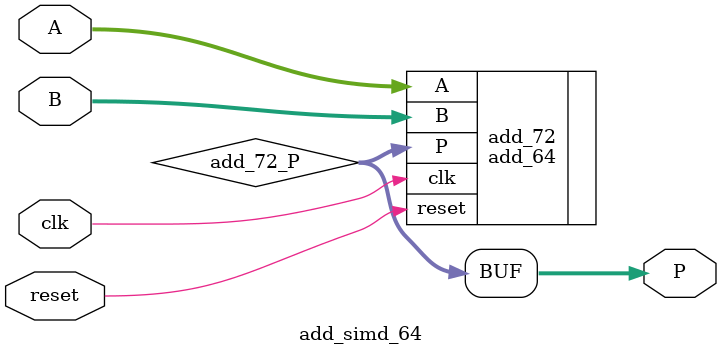
<source format=v>


module add_simd_64 (
  input      [31:0]   A,
  input      [31:0]   B,
  output     [31:0]   P,
  input               clk,
  input               reset
);
  wire       [31:0]   add_72_P;

  add_64 add_72 (
    .A        (A         ), //i
    .B        (B         ), //i
    .P        (add_72_P  ), //o
    .clk      (clk       ), //i
    .reset    (reset     )  //i
  );
  assign P = add_72_P;

endmodule

</source>
